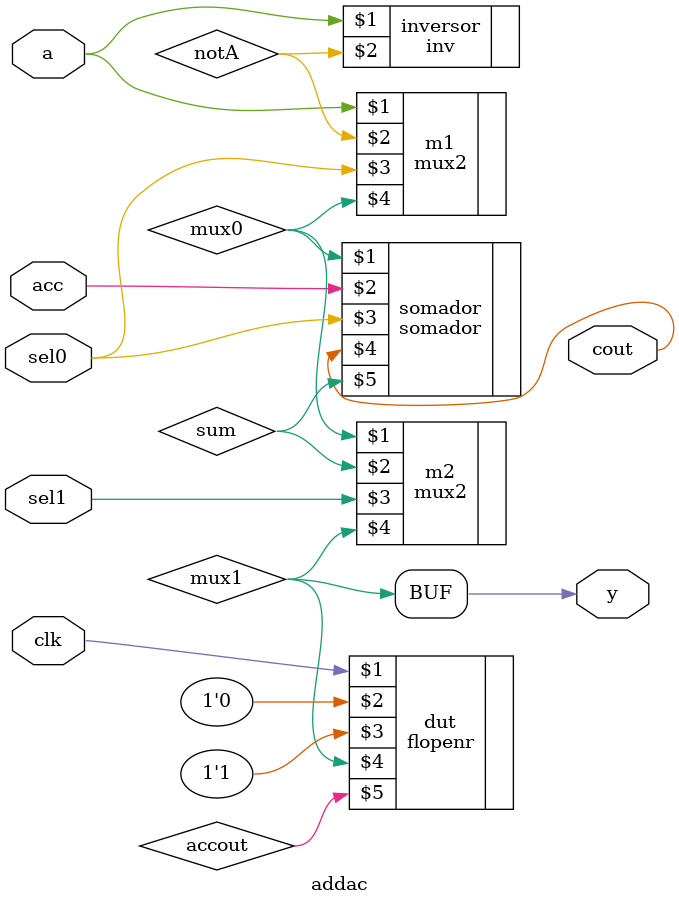
<source format=sv>
module addac(input logic a, sel0, sel1,clk, acc,
			 output logic y, cout);
			 
	logic notA, mux0, mux1, sum, accout;
	
	inv inversor(a, notA);
	
	mux2 m1(a, notA, sel0, mux0);
	
	somador somador( mux0, acc, sel0, cout, sum);
	
	mux2 m2(mux0, sum, sel1, mux1);
	
	flopenr dut(clk, 1'b0, 1'b1, mux1, accout);
	
	assign y = mux1;
	 
 
endmodule 
</source>
